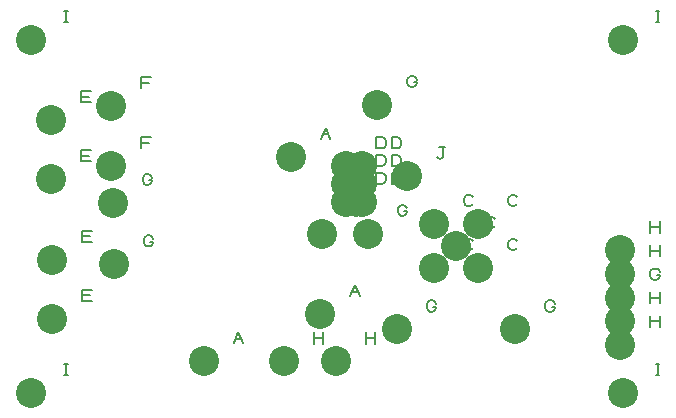
<source format=gbr>
G04 DesignSpark PCB Gerber Version 12.0 Build 5942*
%FSLAX35Y35*%
%MOMM*%
%ADD10C,0.12700*%
%ADD141C,2.54000*%
X0Y0D02*
D02*
D10*
X43467810Y44375810D02*
X43499560D01*
X43483690D02*
Y44471060D01*
X43467810D02*
X43499560D01*
X43467810Y47365810D02*
X43499560D01*
X43483690D02*
Y47461060D01*
X43467810D02*
X43499560D01*
X43614000Y46185810D02*
Y46281060D01*
X43693380D01*
X43677500Y46233440D02*
X43614000D01*
Y46185810D02*
X43693380D01*
X43614000Y46685810D02*
Y46781060D01*
X43693380D01*
X43677500Y46733440D02*
X43614000D01*
Y46685810D02*
X43693380D01*
X43624000Y45005810D02*
Y45101060D01*
X43703380D01*
X43687500Y45053440D02*
X43624000D01*
Y45005810D02*
X43703380D01*
X43624000Y45505810D02*
Y45601060D01*
X43703380D01*
X43687500Y45553440D02*
X43624000D01*
Y45505810D02*
X43703380D01*
X44124000Y46297810D02*
Y46393060D01*
X44203380D01*
X44187500Y46345440D02*
X44124000D01*
Y46805810D02*
Y46901060D01*
X44203380D01*
X44187500Y46853440D02*
X44124000D01*
X44189560Y46025490D02*
X44213380D01*
Y46017550D01*
X44205440Y46001680D01*
X44197500Y45993740D01*
X44181630Y45985800D01*
X44165750D01*
X44149880Y45993740D01*
X44141940Y46001680D01*
X44134000Y46017550D01*
Y46049300D01*
X44141940Y46065180D01*
X44149880Y46073120D01*
X44165750Y46081050D01*
X44181630D01*
X44197500Y46073120D01*
X44205440Y46065180D01*
X44213380Y46049300D01*
X44199560Y45505500D02*
X44223380D01*
Y45497560D01*
X44215440Y45481690D01*
X44207500Y45473750D01*
X44191630Y45465810D01*
X44175750D01*
X44159880Y45473750D01*
X44151940Y45481690D01*
X44144000Y45497560D01*
Y45529310D01*
X44151940Y45545190D01*
X44159880Y45553130D01*
X44175750Y45561060D01*
X44191630D01*
X44207500Y45553130D01*
X44215440Y45545190D01*
X44223380Y45529310D01*
X44903540Y44644810D02*
X44943230Y44740060D01*
X44982920Y44644810D01*
X44919420Y44684500D02*
X44967040D01*
X45583540Y44644090D02*
Y44739340D01*
Y44691720D02*
X45662920D01*
Y44644090D02*
Y44739340D01*
X45644000Y46375810D02*
X45683690Y46471060D01*
X45723380Y46375810D01*
X45659880Y46415500D02*
X45707500D01*
X45893540Y45044090D02*
X45933230Y45139340D01*
X45972920Y45044090D01*
X45909420Y45083780D02*
X45957040D01*
X45959100Y45763780D02*
X45982920D01*
Y45755840D01*
X45974980Y45739970D01*
X45967040Y45732030D01*
X45951170Y45724090D01*
X45935290D01*
X45919420Y45732030D01*
X45911480Y45739970D01*
X45903540Y45755840D01*
Y45787590D01*
X45911480Y45803470D01*
X45919420Y45811410D01*
X45935290Y45819340D01*
X45951170D01*
X45967040Y45811410D01*
X45974980Y45803470D01*
X45982920Y45787590D01*
X46023540Y44644090D02*
Y44739340D01*
Y44691720D02*
X46102920D01*
Y44644090D02*
Y44739340D01*
X46114000Y45995810D02*
Y46091060D01*
X46161630D01*
X46177500Y46083130D01*
X46185440Y46075190D01*
X46193380Y46059310D01*
Y46027560D01*
X46185440Y46011690D01*
X46177500Y46003750D01*
X46161630Y45995810D01*
X46114000D01*
Y46145810D02*
Y46241060D01*
X46161630D01*
X46177500Y46233130D01*
X46185440Y46225190D01*
X46193380Y46209310D01*
Y46177560D01*
X46185440Y46161690D01*
X46177500Y46153750D01*
X46161630Y46145810D01*
X46114000D01*
Y46295810D02*
Y46391060D01*
X46161630D01*
X46177500Y46383130D01*
X46185440Y46375190D01*
X46193380Y46359310D01*
Y46327560D01*
X46185440Y46311690D01*
X46177500Y46303750D01*
X46161630Y46295810D01*
X46114000D01*
X46244000Y45995810D02*
Y46091060D01*
X46291630D01*
X46307500Y46083130D01*
X46315440Y46075190D01*
X46323380Y46059310D01*
Y46027560D01*
X46315440Y46011690D01*
X46307500Y46003750D01*
X46291630Y45995810D01*
X46244000D01*
Y46145810D02*
Y46241060D01*
X46291630D01*
X46307500Y46233130D01*
X46315440Y46225190D01*
X46323380Y46209310D01*
Y46177560D01*
X46315440Y46161690D01*
X46307500Y46153750D01*
X46291630Y46145810D01*
X46244000D01*
Y46295810D02*
Y46391060D01*
X46291630D01*
X46307500Y46383130D01*
X46315440Y46375190D01*
X46323380Y46359310D01*
Y46327560D01*
X46315440Y46311690D01*
X46307500Y46303750D01*
X46291630Y46295810D01*
X46244000D01*
X46349100Y45763780D02*
X46372920D01*
Y45755840D01*
X46364980Y45739970D01*
X46357040Y45732030D01*
X46341170Y45724090D01*
X46325290D01*
X46309420Y45732030D01*
X46301480Y45739970D01*
X46293540Y45755840D01*
Y45787590D01*
X46301480Y45803470D01*
X46309420Y45811410D01*
X46325290Y45819340D01*
X46341170D01*
X46357040Y45811410D01*
X46364980Y45803470D01*
X46372920Y45787590D01*
X46429560Y46855500D02*
X46453380D01*
Y46847560D01*
X46445440Y46831690D01*
X46437500Y46823750D01*
X46421630Y46815810D01*
X46405750D01*
X46389880Y46823750D01*
X46381940Y46831690D01*
X46374000Y46847560D01*
Y46879310D01*
X46381940Y46895190D01*
X46389880Y46903130D01*
X46405750Y46911060D01*
X46421630D01*
X46437500Y46903130D01*
X46445440Y46895190D01*
X46453380Y46879310D01*
X46594560Y44953780D02*
X46618380D01*
Y44945840D01*
X46610440Y44929970D01*
X46602500Y44922030D01*
X46586630Y44914090D01*
X46570750D01*
X46554880Y44922030D01*
X46546940Y44929970D01*
X46539000Y44945840D01*
Y44977590D01*
X46546940Y44993470D01*
X46554880Y45001410D01*
X46570750Y45009340D01*
X46586630D01*
X46602500Y45001410D01*
X46610440Y44993470D01*
X46618380Y44977590D01*
X46630250Y46225190D02*
X46638190Y46217250D01*
X46654060Y46209310D01*
X46669940Y46217250D01*
X46677880Y46225190D01*
Y46304560D01*
X46693750D01*
X46677880D02*
X46646130D01*
X46930880Y45449190D02*
X46922940Y45441250D01*
X46907060Y45433310D01*
X46883250D01*
X46867380Y45441250D01*
X46859440Y45449190D01*
X46851500Y45465060D01*
Y45496810D01*
X46859440Y45512690D01*
X46867380Y45520630D01*
X46883250Y45528560D01*
X46907060D01*
X46922940Y45520630D01*
X46930880Y45512690D01*
Y45824190D02*
X46922940Y45816250D01*
X46907060Y45808310D01*
X46883250D01*
X46867380Y45816250D01*
X46859440Y45824190D01*
X46851500Y45840060D01*
Y45871810D01*
X46859440Y45887690D01*
X46867380Y45895630D01*
X46883250Y45903560D01*
X46907060D01*
X46922940Y45895630D01*
X46930880Y45887690D01*
X47118380Y45636690D02*
X47110440Y45628750D01*
X47094560Y45620810D01*
X47070750D01*
X47054880Y45628750D01*
X47046940Y45636690D01*
X47039000Y45652560D01*
Y45684310D01*
X47046940Y45700190D01*
X47054880Y45708130D01*
X47070750Y45716060D01*
X47094560D01*
X47110440Y45708130D01*
X47118380Y45700190D01*
X47305880Y45449190D02*
X47297940Y45441250D01*
X47282060Y45433310D01*
X47258250D01*
X47242380Y45441250D01*
X47234440Y45449190D01*
X47226500Y45465060D01*
Y45496810D01*
X47234440Y45512690D01*
X47242380Y45520630D01*
X47258250Y45528560D01*
X47282060D01*
X47297940Y45520630D01*
X47305880Y45512690D01*
Y45824190D02*
X47297940Y45816250D01*
X47282060Y45808310D01*
X47258250D01*
X47242380Y45816250D01*
X47234440Y45824190D01*
X47226500Y45840060D01*
Y45871810D01*
X47234440Y45887690D01*
X47242380Y45895630D01*
X47258250Y45903560D01*
X47282060D01*
X47297940Y45895630D01*
X47305880Y45887690D01*
X47599100Y44953780D02*
X47622920D01*
Y44945840D01*
X47614980Y44929970D01*
X47607040Y44922030D01*
X47591170Y44914090D01*
X47575290D01*
X47559420Y44922030D01*
X47551480Y44929970D01*
X47543540Y44945840D01*
Y44977590D01*
X47551480Y44993470D01*
X47559420Y45001410D01*
X47575290Y45009340D01*
X47591170D01*
X47607040Y45001410D01*
X47614980Y44993470D01*
X47622920Y44977590D01*
X48433540Y44784090D02*
Y44879340D01*
Y44831720D02*
X48512920D01*
Y44784090D02*
Y44879340D01*
X48433540Y44984090D02*
Y45079340D01*
Y45031720D02*
X48512920D01*
Y44984090D02*
Y45079340D01*
X48489100Y45223780D02*
X48512920D01*
Y45215840D01*
X48504980Y45199970D01*
X48497040Y45192030D01*
X48481170Y45184090D01*
X48465290D01*
X48449420Y45192030D01*
X48441480Y45199970D01*
X48433540Y45215840D01*
Y45247590D01*
X48441480Y45263470D01*
X48449420Y45271410D01*
X48465290Y45279340D01*
X48481170D01*
X48497040Y45271410D01*
X48504980Y45263470D01*
X48512920Y45247590D01*
X48433540Y45384090D02*
Y45479340D01*
Y45431720D02*
X48512920D01*
Y45384090D02*
Y45479340D01*
X48433540Y45584090D02*
Y45679340D01*
Y45631720D02*
X48512920D01*
Y45584090D02*
Y45679340D01*
X48477810Y44375810D02*
X48509560D01*
X48493690D02*
Y44471060D01*
X48477810D02*
X48509560D01*
X48477810Y47365810D02*
X48509560D01*
X48493690D02*
Y47461060D01*
X48477810D02*
X48509560D01*
D02*
D141*
X43190000Y44225000D03*
Y47215000D03*
X43360000Y46035000D03*
Y46535000D03*
X43370000Y44855000D03*
Y45355000D03*
X43870000Y46147000D03*
Y46655000D03*
X43880000Y45834990D03*
X43890000Y45315000D03*
X44649540Y44494000D03*
X45329540Y44493280D03*
X45390000Y46225000D03*
X45639540Y44893280D03*
X45649540Y45573280D03*
X45769540Y44493280D03*
X45860000Y45845000D03*
Y45995000D03*
Y46145000D03*
X45990000Y45845000D03*
Y45995000D03*
Y46145000D03*
X46039540Y45573280D03*
X46120000Y46665000D03*
X46285000Y44763280D03*
X46376250Y46058500D03*
X46597500Y45282500D03*
Y45657500D03*
X46785000Y45470000D03*
X46972500Y45282500D03*
Y45657500D03*
X47289540Y44763280D03*
X48179540Y44633280D03*
Y44833280D03*
Y45033280D03*
Y45233280D03*
Y45433280D03*
X48200000Y44225000D03*
Y47215000D03*
X0Y0D02*
M02*

</source>
